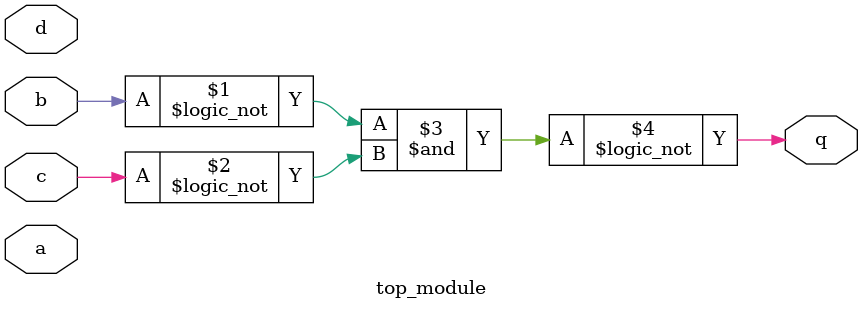
<source format=v>
module top_module (
    input a,
    input b,
    input c,
    input d,
    output q );//

    assign q = !(!b & !c);

endmodule

</source>
